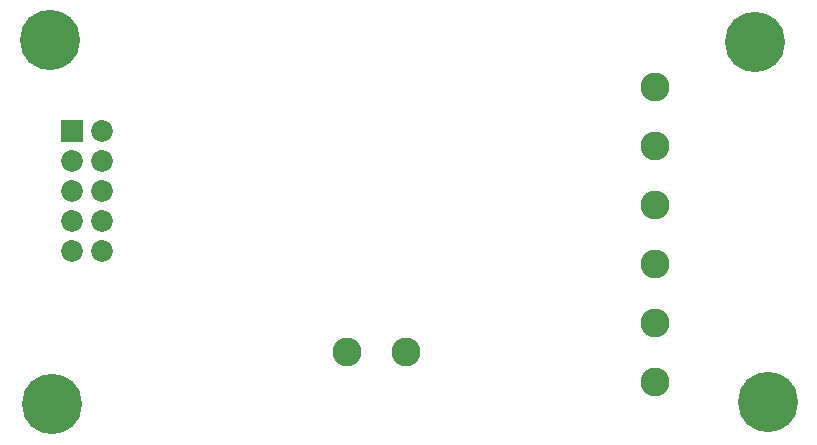
<source format=gbs>
G04*
G04 #@! TF.GenerationSoftware,Altium Limited,Altium Designer,21.2.2 (38)*
G04*
G04 Layer_Color=16711935*
%FSLAX25Y25*%
%MOIN*%
G70*
G04*
G04 #@! TF.SameCoordinates,90C86947-368E-407B-B9CD-2D6109664978*
G04*
G04*
G04 #@! TF.FilePolarity,Negative*
G04*
G01*
G75*
%ADD19C,0.20079*%
%ADD20C,0.09646*%
%ADD21C,0.07284*%
%ADD22R,0.07284X0.07284*%
D19*
X251575Y12205D02*
D03*
X12992Y11417D02*
D03*
X247244Y132283D02*
D03*
X12205Y132677D02*
D03*
D20*
X214173Y38583D02*
D03*
Y18898D02*
D03*
Y97638D02*
D03*
Y117323D02*
D03*
Y77953D02*
D03*
Y58268D02*
D03*
X131102Y28740D02*
D03*
X111417D02*
D03*
D21*
X29815Y62600D02*
D03*
X19815Y62598D02*
D03*
X29815Y92598D02*
D03*
Y72598D02*
D03*
Y82598D02*
D03*
Y102598D02*
D03*
X19815Y72598D02*
D03*
Y82598D02*
D03*
Y92598D02*
D03*
D22*
Y102598D02*
D03*
M02*

</source>
